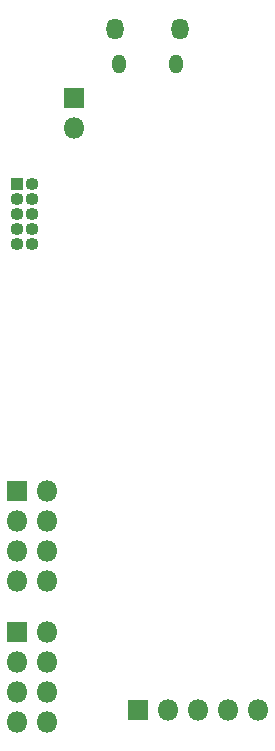
<source format=gbr>
%TF.GenerationSoftware,KiCad,Pcbnew,5.1.6~rc1+dfsg1-1+b1*%
%TF.CreationDate,2020-05-13T20:21:58-07:00*%
%TF.ProjectId,target_board,74617267-6574-45f6-926f-6172642e6b69,rev?*%
%TF.SameCoordinates,Original*%
%TF.FileFunction,Soldermask,Bot*%
%TF.FilePolarity,Negative*%
%FSLAX46Y46*%
G04 Gerber Fmt 4.6, Leading zero omitted, Abs format (unit mm)*
G04 Created by KiCad (PCBNEW 5.1.6~rc1+dfsg1-1+b1) date 2020-05-13 20:21:58*
%MOMM*%
%LPD*%
G01*
G04 APERTURE LIST*
%ADD10O,1.200000X1.600000*%
%ADD11O,1.450000X1.800000*%
%ADD12R,1.800000X1.800000*%
%ADD13O,1.800000X1.800000*%
%ADD14R,1.100000X1.100000*%
%ADD15O,1.100000X1.100000*%
G04 APERTURE END LIST*
D10*
%TO.C,J1*%
X47445000Y-41885000D03*
X42605000Y-41885000D03*
D11*
X47755000Y-38885000D03*
X42295000Y-38885000D03*
%TD*%
D12*
%TO.C,J3*%
X44200000Y-96600000D03*
D13*
X46740000Y-96600000D03*
X49280000Y-96600000D03*
X51820000Y-96600000D03*
X54360000Y-96600000D03*
%TD*%
D14*
%TO.C,J5*%
X34000000Y-52000000D03*
D15*
X35270000Y-52000000D03*
X34000000Y-53270000D03*
X35270000Y-53270000D03*
X34000000Y-54540000D03*
X35270000Y-54540000D03*
X34000000Y-55810000D03*
X35270000Y-55810000D03*
X34000000Y-57080000D03*
X35270000Y-57080000D03*
%TD*%
D12*
%TO.C,J6*%
X38800000Y-44760000D03*
D13*
X38800000Y-47300000D03*
%TD*%
%TO.C,J2*%
X36540000Y-85620000D03*
X34000000Y-85620000D03*
X36540000Y-83080000D03*
X34000000Y-83080000D03*
X36540000Y-80540000D03*
X34000000Y-80540000D03*
X36540000Y-78000000D03*
D12*
X34000000Y-78000000D03*
%TD*%
%TO.C,J4*%
X34000000Y-90000000D03*
D13*
X36540000Y-90000000D03*
X34000000Y-92540000D03*
X36540000Y-92540000D03*
X34000000Y-95080000D03*
X36540000Y-95080000D03*
X34000000Y-97620000D03*
X36540000Y-97620000D03*
%TD*%
M02*

</source>
